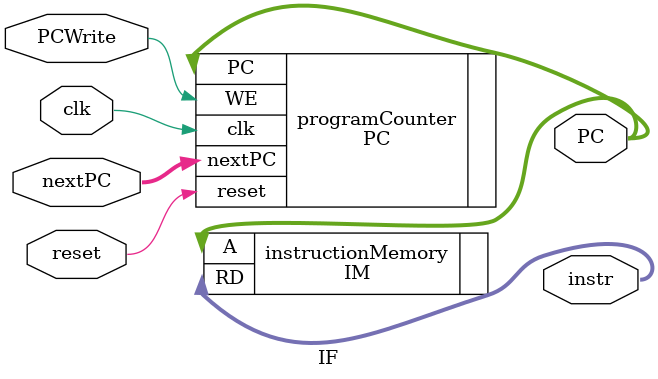
<source format=v>
`timescale 1ns / 1ps

module IF (
    input clk,
    input reset,
    input PCWrite,
    input [31:0] nextPC,
    output [31:0] PC,
    output [31:0] instr
);

    PC programCounter (
        .clk(clk),
        .reset(reset),
        .WE(PCWrite),
        .nextPC(nextPC),
        .PC(PC)
    );

    IM instructionMemory (
        .A(PC),
        .RD(instr)
    );
endmodule
</source>
